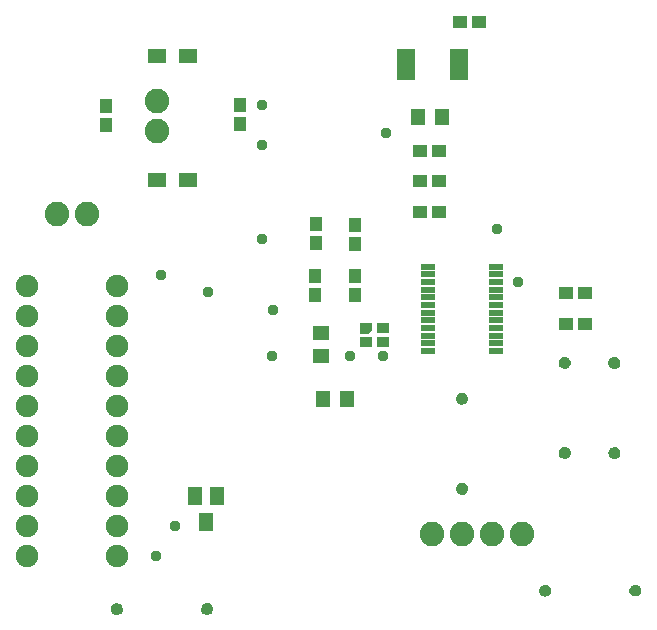
<source format=gbr>
G04 EAGLE Gerber RS-274X export*
G75*
%MOMM*%
%FSLAX34Y34*%
%LPD*%
%INSoldermask Top*%
%IPPOS*%
%AMOC8*
5,1,8,0,0,1.08239X$1,22.5*%
G01*
%ADD10C,2.082800*%
%ADD11R,1.603200X1.203200*%
%ADD12R,1.050000X0.950000*%
%ADD13R,1.203200X1.603200*%
%ADD14R,1.193800X0.508000*%
%ADD15R,1.253200X1.103200*%
%ADD16R,1.203200X1.453200*%
%ADD17R,1.453200X1.203200*%
%ADD18R,1.103200X1.253200*%
%ADD19C,1.908300*%
%ADD20R,1.600200X0.635000*%
%ADD21C,0.959600*%

G36*
X395356Y299713D02*
X395356Y299713D01*
X395413Y299723D01*
X395427Y299734D01*
X395435Y299736D01*
X395444Y299746D01*
X395479Y299771D01*
X398729Y303021D01*
X398757Y303072D01*
X398790Y303120D01*
X398793Y303137D01*
X398797Y303144D01*
X398796Y303157D01*
X398803Y303200D01*
X398803Y308950D01*
X398799Y308965D01*
X398801Y308981D01*
X398780Y309032D01*
X398764Y309085D01*
X398752Y309096D01*
X398746Y309110D01*
X398700Y309142D01*
X398659Y309179D01*
X398643Y309181D01*
X398630Y309190D01*
X398550Y309203D01*
X388550Y309203D01*
X388535Y309199D01*
X388519Y309201D01*
X388468Y309180D01*
X388415Y309164D01*
X388404Y309152D01*
X388390Y309146D01*
X388358Y309100D01*
X388321Y309059D01*
X388319Y309043D01*
X388310Y309030D01*
X388297Y308950D01*
X388297Y299950D01*
X388301Y299935D01*
X388299Y299919D01*
X388320Y299868D01*
X388336Y299815D01*
X388348Y299804D01*
X388354Y299790D01*
X388400Y299758D01*
X388441Y299721D01*
X388457Y299719D01*
X388470Y299710D01*
X388550Y299697D01*
X395300Y299697D01*
X395356Y299713D01*
G37*
G36*
X561822Y270204D02*
X561822Y270204D01*
X561913Y270203D01*
X562877Y270334D01*
X562925Y270350D01*
X563014Y270369D01*
X563925Y270711D01*
X563968Y270737D01*
X564052Y270776D01*
X564863Y271313D01*
X564899Y271348D01*
X564972Y271404D01*
X565644Y272108D01*
X565672Y272150D01*
X565730Y272221D01*
X566228Y273057D01*
X566229Y273060D01*
X566231Y273062D01*
X566237Y273081D01*
X566246Y273104D01*
X566286Y273186D01*
X566586Y274112D01*
X566593Y274162D01*
X566615Y274251D01*
X566701Y275220D01*
X566697Y275267D01*
X566700Y275342D01*
X566598Y276318D01*
X566584Y276366D01*
X566568Y276456D01*
X566252Y277385D01*
X566228Y277429D01*
X566191Y277514D01*
X565677Y278349D01*
X565643Y278386D01*
X565589Y278461D01*
X564901Y279161D01*
X564860Y279190D01*
X564791Y279250D01*
X563964Y279779D01*
X563918Y279798D01*
X563837Y279842D01*
X562914Y280174D01*
X562864Y280182D01*
X562775Y280207D01*
X561801Y280325D01*
X561751Y280322D01*
X561665Y280326D01*
X560663Y280231D01*
X560614Y280217D01*
X560524Y280201D01*
X559568Y279885D01*
X559523Y279861D01*
X559439Y279826D01*
X558578Y279304D01*
X558540Y279271D01*
X558465Y279218D01*
X557741Y278518D01*
X557712Y278477D01*
X557651Y278408D01*
X557101Y277565D01*
X557081Y277519D01*
X557037Y277438D01*
X556689Y276494D01*
X556680Y276444D01*
X556655Y276356D01*
X556525Y275358D01*
X556527Y275315D01*
X556526Y275189D01*
X556665Y274178D01*
X556681Y274130D01*
X556700Y274040D01*
X557062Y273085D01*
X557088Y273042D01*
X557127Y272958D01*
X557691Y272108D01*
X557726Y272071D01*
X557783Y271999D01*
X558523Y271295D01*
X558565Y271267D01*
X558636Y271209D01*
X559514Y270688D01*
X559561Y270670D01*
X559643Y270629D01*
X560615Y270316D01*
X560665Y270309D01*
X560754Y270288D01*
X561772Y270199D01*
X561822Y270204D01*
G37*
G36*
X474822Y239804D02*
X474822Y239804D01*
X474913Y239803D01*
X475877Y239934D01*
X475925Y239950D01*
X476014Y239969D01*
X476925Y240311D01*
X476968Y240337D01*
X477052Y240376D01*
X477863Y240913D01*
X477899Y240948D01*
X477972Y241004D01*
X478644Y241708D01*
X478672Y241750D01*
X478730Y241821D01*
X479228Y242657D01*
X479229Y242660D01*
X479231Y242662D01*
X479237Y242681D01*
X479246Y242704D01*
X479286Y242786D01*
X479586Y243712D01*
X479593Y243762D01*
X479615Y243851D01*
X479701Y244820D01*
X479697Y244867D01*
X479700Y244942D01*
X479598Y245918D01*
X479584Y245966D01*
X479568Y246056D01*
X479252Y246985D01*
X479228Y247029D01*
X479191Y247114D01*
X478677Y247949D01*
X478643Y247986D01*
X478589Y248061D01*
X477901Y248761D01*
X477860Y248790D01*
X477791Y248850D01*
X476964Y249379D01*
X476918Y249398D01*
X476837Y249442D01*
X475914Y249774D01*
X475864Y249782D01*
X475775Y249807D01*
X474801Y249925D01*
X474751Y249922D01*
X474665Y249926D01*
X473663Y249831D01*
X473614Y249817D01*
X473524Y249801D01*
X472568Y249485D01*
X472523Y249461D01*
X472439Y249426D01*
X471578Y248904D01*
X471540Y248871D01*
X471465Y248818D01*
X470741Y248118D01*
X470712Y248077D01*
X470651Y248008D01*
X470101Y247165D01*
X470081Y247119D01*
X470037Y247038D01*
X469689Y246094D01*
X469680Y246044D01*
X469655Y245956D01*
X469525Y244958D01*
X469527Y244915D01*
X469526Y244789D01*
X469665Y243778D01*
X469681Y243730D01*
X469700Y243640D01*
X470062Y242685D01*
X470088Y242642D01*
X470127Y242558D01*
X470691Y241708D01*
X470726Y241671D01*
X470783Y241599D01*
X471523Y240895D01*
X471565Y240867D01*
X471636Y240809D01*
X472514Y240288D01*
X472561Y240270D01*
X472643Y240229D01*
X473615Y239916D01*
X473665Y239909D01*
X473754Y239888D01*
X474772Y239799D01*
X474822Y239804D01*
G37*
G36*
X561898Y193928D02*
X561898Y193928D01*
X561989Y193927D01*
X562953Y194058D01*
X563001Y194074D01*
X563090Y194093D01*
X564001Y194435D01*
X564044Y194461D01*
X564128Y194500D01*
X564939Y195037D01*
X564975Y195072D01*
X565048Y195128D01*
X565720Y195832D01*
X565748Y195874D01*
X565806Y195945D01*
X566304Y196781D01*
X566305Y196784D01*
X566307Y196786D01*
X566313Y196805D01*
X566322Y196828D01*
X566362Y196910D01*
X566662Y197836D01*
X566669Y197886D01*
X566691Y197975D01*
X566777Y198944D01*
X566773Y198991D01*
X566776Y199066D01*
X566674Y200042D01*
X566660Y200090D01*
X566644Y200180D01*
X566328Y201109D01*
X566304Y201153D01*
X566267Y201238D01*
X565753Y202073D01*
X565719Y202110D01*
X565665Y202185D01*
X564977Y202885D01*
X564936Y202914D01*
X564867Y202974D01*
X564040Y203503D01*
X563994Y203522D01*
X563913Y203566D01*
X562990Y203898D01*
X562940Y203906D01*
X562851Y203931D01*
X561877Y204049D01*
X561827Y204046D01*
X561741Y204050D01*
X560739Y203955D01*
X560690Y203941D01*
X560600Y203925D01*
X559644Y203609D01*
X559599Y203585D01*
X559515Y203550D01*
X558654Y203028D01*
X558616Y202995D01*
X558541Y202942D01*
X557817Y202242D01*
X557788Y202201D01*
X557727Y202132D01*
X557177Y201289D01*
X557157Y201243D01*
X557113Y201162D01*
X556765Y200218D01*
X556756Y200168D01*
X556731Y200080D01*
X556601Y199082D01*
X556603Y199039D01*
X556602Y198913D01*
X556741Y197902D01*
X556757Y197854D01*
X556776Y197764D01*
X557138Y196809D01*
X557164Y196766D01*
X557203Y196682D01*
X557767Y195832D01*
X557802Y195795D01*
X557859Y195723D01*
X558599Y195019D01*
X558641Y194991D01*
X558712Y194933D01*
X559590Y194412D01*
X559637Y194394D01*
X559719Y194353D01*
X560691Y194040D01*
X560741Y194033D01*
X560830Y194012D01*
X561848Y193923D01*
X561898Y193928D01*
G37*
G36*
X474898Y163528D02*
X474898Y163528D01*
X474989Y163527D01*
X475953Y163658D01*
X476001Y163674D01*
X476090Y163693D01*
X477001Y164035D01*
X477044Y164061D01*
X477128Y164100D01*
X477939Y164637D01*
X477975Y164672D01*
X478048Y164728D01*
X478720Y165432D01*
X478748Y165474D01*
X478806Y165545D01*
X479304Y166381D01*
X479305Y166384D01*
X479307Y166386D01*
X479313Y166405D01*
X479322Y166428D01*
X479362Y166510D01*
X479662Y167436D01*
X479669Y167486D01*
X479691Y167575D01*
X479777Y168544D01*
X479773Y168591D01*
X479776Y168666D01*
X479674Y169642D01*
X479660Y169690D01*
X479644Y169780D01*
X479328Y170709D01*
X479304Y170753D01*
X479267Y170838D01*
X478753Y171673D01*
X478719Y171710D01*
X478665Y171785D01*
X477977Y172485D01*
X477936Y172514D01*
X477867Y172574D01*
X477040Y173103D01*
X476994Y173122D01*
X476913Y173166D01*
X475990Y173498D01*
X475940Y173506D01*
X475851Y173531D01*
X474877Y173649D01*
X474827Y173646D01*
X474741Y173650D01*
X473739Y173555D01*
X473690Y173541D01*
X473600Y173525D01*
X472644Y173209D01*
X472599Y173185D01*
X472515Y173150D01*
X471654Y172628D01*
X471616Y172595D01*
X471541Y172542D01*
X470817Y171842D01*
X470788Y171801D01*
X470727Y171732D01*
X470177Y170889D01*
X470157Y170843D01*
X470113Y170762D01*
X469765Y169818D01*
X469756Y169768D01*
X469731Y169680D01*
X469601Y168682D01*
X469603Y168639D01*
X469602Y168513D01*
X469741Y167502D01*
X469757Y167454D01*
X469776Y167364D01*
X470138Y166409D01*
X470164Y166366D01*
X470203Y166282D01*
X470767Y165432D01*
X470802Y165395D01*
X470859Y165323D01*
X471599Y164619D01*
X471641Y164591D01*
X471712Y164533D01*
X472590Y164012D01*
X472637Y163994D01*
X472719Y163953D01*
X473691Y163640D01*
X473741Y163633D01*
X473830Y163612D01*
X474848Y163523D01*
X474898Y163528D01*
G37*
G36*
X621311Y77453D02*
X621311Y77453D01*
X621437Y77452D01*
X622448Y77591D01*
X622496Y77607D01*
X622586Y77626D01*
X623541Y77988D01*
X623584Y78014D01*
X623668Y78053D01*
X624518Y78617D01*
X624555Y78652D01*
X624627Y78709D01*
X625331Y79449D01*
X625359Y79491D01*
X625417Y79562D01*
X625938Y80440D01*
X625956Y80487D01*
X625997Y80569D01*
X626310Y81541D01*
X626317Y81591D01*
X626338Y81680D01*
X626427Y82698D01*
X626422Y82748D01*
X626423Y82839D01*
X626292Y83803D01*
X626276Y83851D01*
X626257Y83940D01*
X625915Y84851D01*
X625889Y84894D01*
X625850Y84978D01*
X625313Y85789D01*
X625278Y85825D01*
X625222Y85898D01*
X624518Y86570D01*
X624476Y86598D01*
X624405Y86656D01*
X623570Y87154D01*
X623522Y87172D01*
X623440Y87212D01*
X622515Y87512D01*
X622464Y87519D01*
X622375Y87541D01*
X621406Y87627D01*
X621359Y87623D01*
X621284Y87626D01*
X620308Y87524D01*
X620260Y87510D01*
X620170Y87494D01*
X619241Y87178D01*
X619197Y87154D01*
X619112Y87117D01*
X618277Y86603D01*
X618240Y86569D01*
X618165Y86515D01*
X617466Y85827D01*
X617436Y85786D01*
X617376Y85717D01*
X616847Y84890D01*
X616828Y84844D01*
X616784Y84763D01*
X616452Y83840D01*
X616444Y83790D01*
X616419Y83701D01*
X616301Y82727D01*
X616304Y82677D01*
X616300Y82591D01*
X616395Y81589D01*
X616409Y81540D01*
X616425Y81450D01*
X616741Y80494D01*
X616765Y80449D01*
X616801Y80365D01*
X617322Y79504D01*
X617355Y79466D01*
X617408Y79391D01*
X618108Y78667D01*
X618149Y78638D01*
X618218Y78577D01*
X619061Y78027D01*
X619107Y78007D01*
X619188Y77963D01*
X620132Y77615D01*
X620182Y77606D01*
X620270Y77581D01*
X621268Y77451D01*
X621311Y77453D01*
G37*
G36*
X545035Y77377D02*
X545035Y77377D01*
X545161Y77376D01*
X546172Y77515D01*
X546220Y77531D01*
X546310Y77550D01*
X547265Y77912D01*
X547308Y77938D01*
X547392Y77977D01*
X548242Y78541D01*
X548279Y78576D01*
X548351Y78633D01*
X549055Y79373D01*
X549083Y79415D01*
X549141Y79486D01*
X549662Y80364D01*
X549680Y80411D01*
X549721Y80493D01*
X550034Y81465D01*
X550041Y81515D01*
X550062Y81604D01*
X550151Y82622D01*
X550146Y82672D01*
X550147Y82763D01*
X550016Y83727D01*
X550000Y83775D01*
X549981Y83864D01*
X549639Y84775D01*
X549613Y84818D01*
X549574Y84902D01*
X549037Y85713D01*
X549002Y85749D01*
X548946Y85822D01*
X548242Y86494D01*
X548200Y86522D01*
X548129Y86580D01*
X547294Y87078D01*
X547246Y87096D01*
X547164Y87136D01*
X546239Y87436D01*
X546188Y87443D01*
X546099Y87465D01*
X545130Y87551D01*
X545083Y87547D01*
X545008Y87550D01*
X544032Y87448D01*
X543984Y87434D01*
X543894Y87418D01*
X542965Y87102D01*
X542921Y87078D01*
X542836Y87041D01*
X542001Y86527D01*
X541964Y86493D01*
X541889Y86439D01*
X541190Y85751D01*
X541160Y85710D01*
X541100Y85641D01*
X540571Y84814D01*
X540552Y84768D01*
X540508Y84687D01*
X540176Y83764D01*
X540168Y83714D01*
X540143Y83625D01*
X540025Y82651D01*
X540028Y82601D01*
X540024Y82515D01*
X540119Y81513D01*
X540133Y81464D01*
X540149Y81374D01*
X540465Y80418D01*
X540489Y80373D01*
X540525Y80289D01*
X541046Y79428D01*
X541079Y79390D01*
X541132Y79315D01*
X541832Y78591D01*
X541873Y78562D01*
X541942Y78501D01*
X542785Y77951D01*
X542831Y77931D01*
X542912Y77887D01*
X543856Y77539D01*
X543906Y77530D01*
X543994Y77505D01*
X544992Y77375D01*
X545035Y77377D01*
G37*
G36*
X604561Y270245D02*
X604561Y270245D01*
X604610Y270259D01*
X604700Y270275D01*
X605656Y270591D01*
X605701Y270615D01*
X605785Y270651D01*
X606646Y271172D01*
X606684Y271205D01*
X606759Y271258D01*
X607483Y271958D01*
X607512Y271999D01*
X607573Y272068D01*
X608123Y272911D01*
X608143Y272957D01*
X608187Y273038D01*
X608535Y273982D01*
X608544Y274032D01*
X608569Y274120D01*
X608699Y275118D01*
X608697Y275161D01*
X608698Y275287D01*
X608559Y276298D01*
X608543Y276346D01*
X608524Y276436D01*
X608162Y277391D01*
X608136Y277434D01*
X608098Y277518D01*
X607533Y278368D01*
X607498Y278405D01*
X607441Y278477D01*
X606702Y279181D01*
X606659Y279209D01*
X606588Y279267D01*
X605710Y279788D01*
X605663Y279806D01*
X605581Y279847D01*
X604609Y280160D01*
X604559Y280167D01*
X604470Y280188D01*
X603452Y280277D01*
X603402Y280272D01*
X603311Y280273D01*
X602347Y280142D01*
X602299Y280126D01*
X602210Y280107D01*
X601299Y279765D01*
X601256Y279739D01*
X601173Y279700D01*
X600361Y279163D01*
X600325Y279128D01*
X600252Y279072D01*
X599580Y278368D01*
X599553Y278326D01*
X599494Y278255D01*
X598996Y277420D01*
X598978Y277372D01*
X598938Y277290D01*
X598638Y276365D01*
X598631Y276314D01*
X598609Y276225D01*
X598523Y275256D01*
X598527Y275209D01*
X598524Y275134D01*
X598626Y274158D01*
X598640Y274110D01*
X598656Y274020D01*
X598972Y273091D01*
X598997Y273047D01*
X599033Y272962D01*
X599547Y272127D01*
X599581Y272090D01*
X599635Y272015D01*
X600323Y271316D01*
X600364Y271286D01*
X600433Y271226D01*
X601260Y270697D01*
X601306Y270678D01*
X601387Y270634D01*
X602310Y270302D01*
X602360Y270294D01*
X602449Y270269D01*
X603423Y270151D01*
X603473Y270154D01*
X603559Y270150D01*
X604561Y270245D01*
G37*
G36*
X604637Y193969D02*
X604637Y193969D01*
X604686Y193983D01*
X604776Y193999D01*
X605732Y194315D01*
X605777Y194339D01*
X605861Y194375D01*
X606722Y194896D01*
X606760Y194929D01*
X606835Y194982D01*
X607559Y195682D01*
X607588Y195723D01*
X607649Y195792D01*
X608199Y196635D01*
X608219Y196681D01*
X608263Y196762D01*
X608611Y197706D01*
X608620Y197756D01*
X608645Y197844D01*
X608775Y198842D01*
X608773Y198885D01*
X608774Y199011D01*
X608635Y200022D01*
X608619Y200070D01*
X608600Y200160D01*
X608238Y201115D01*
X608212Y201158D01*
X608174Y201242D01*
X607609Y202092D01*
X607574Y202129D01*
X607517Y202201D01*
X606778Y202905D01*
X606735Y202933D01*
X606664Y202991D01*
X605786Y203512D01*
X605739Y203530D01*
X605657Y203571D01*
X604685Y203884D01*
X604635Y203891D01*
X604546Y203912D01*
X603528Y204001D01*
X603478Y203996D01*
X603387Y203997D01*
X602423Y203866D01*
X602375Y203850D01*
X602286Y203831D01*
X601375Y203489D01*
X601332Y203463D01*
X601249Y203424D01*
X600437Y202887D01*
X600401Y202852D01*
X600328Y202796D01*
X599656Y202092D01*
X599629Y202050D01*
X599570Y201979D01*
X599072Y201144D01*
X599054Y201096D01*
X599014Y201014D01*
X598714Y200089D01*
X598707Y200038D01*
X598685Y199949D01*
X598599Y198980D01*
X598603Y198933D01*
X598600Y198858D01*
X598702Y197882D01*
X598716Y197834D01*
X598732Y197744D01*
X599048Y196815D01*
X599073Y196771D01*
X599109Y196686D01*
X599623Y195851D01*
X599657Y195814D01*
X599711Y195739D01*
X600399Y195040D01*
X600440Y195010D01*
X600509Y194950D01*
X601336Y194421D01*
X601382Y194402D01*
X601463Y194358D01*
X602386Y194026D01*
X602436Y194018D01*
X602525Y193993D01*
X603499Y193875D01*
X603549Y193878D01*
X603635Y193874D01*
X604637Y193969D01*
G37*
G36*
X258767Y61803D02*
X258767Y61803D01*
X258842Y61800D01*
X259818Y61902D01*
X259866Y61916D01*
X259956Y61932D01*
X260885Y62248D01*
X260929Y62273D01*
X261014Y62309D01*
X261849Y62823D01*
X261886Y62857D01*
X261961Y62911D01*
X262661Y63599D01*
X262690Y63640D01*
X262750Y63709D01*
X263279Y64536D01*
X263298Y64582D01*
X263342Y64663D01*
X263674Y65586D01*
X263682Y65636D01*
X263707Y65725D01*
X263825Y66699D01*
X263822Y66749D01*
X263826Y66835D01*
X263731Y67837D01*
X263717Y67886D01*
X263701Y67976D01*
X263385Y68932D01*
X263361Y68977D01*
X263326Y69061D01*
X262804Y69922D01*
X262771Y69960D01*
X262718Y70035D01*
X262018Y70759D01*
X261977Y70788D01*
X261908Y70849D01*
X261065Y71399D01*
X261019Y71419D01*
X260938Y71463D01*
X259994Y71811D01*
X259944Y71820D01*
X259856Y71845D01*
X258858Y71975D01*
X258815Y71973D01*
X258689Y71974D01*
X257678Y71835D01*
X257630Y71819D01*
X257540Y71800D01*
X256585Y71438D01*
X256542Y71412D01*
X256458Y71374D01*
X255608Y70809D01*
X255571Y70774D01*
X255499Y70717D01*
X254795Y69978D01*
X254767Y69935D01*
X254709Y69864D01*
X254188Y68986D01*
X254170Y68939D01*
X254129Y68857D01*
X253816Y67885D01*
X253809Y67835D01*
X253788Y67746D01*
X253699Y66728D01*
X253704Y66678D01*
X253703Y66587D01*
X253834Y65623D01*
X253850Y65575D01*
X253869Y65486D01*
X254211Y64575D01*
X254237Y64532D01*
X254276Y64449D01*
X254813Y63637D01*
X254848Y63601D01*
X254904Y63528D01*
X255608Y62856D01*
X255650Y62829D01*
X255721Y62770D01*
X256557Y62272D01*
X256604Y62254D01*
X256686Y62214D01*
X257612Y61914D01*
X257662Y61907D01*
X257751Y61885D01*
X258720Y61799D01*
X258767Y61803D01*
G37*
G36*
X182491Y61727D02*
X182491Y61727D01*
X182566Y61724D01*
X183542Y61826D01*
X183590Y61840D01*
X183680Y61856D01*
X184609Y62172D01*
X184653Y62197D01*
X184738Y62233D01*
X185573Y62747D01*
X185610Y62781D01*
X185685Y62835D01*
X186385Y63523D01*
X186414Y63564D01*
X186474Y63633D01*
X187003Y64460D01*
X187022Y64506D01*
X187066Y64587D01*
X187398Y65510D01*
X187406Y65560D01*
X187431Y65649D01*
X187549Y66623D01*
X187546Y66673D01*
X187550Y66759D01*
X187455Y67761D01*
X187441Y67810D01*
X187425Y67900D01*
X187109Y68856D01*
X187085Y68901D01*
X187050Y68985D01*
X186528Y69846D01*
X186495Y69884D01*
X186442Y69959D01*
X185742Y70683D01*
X185701Y70712D01*
X185632Y70773D01*
X184789Y71323D01*
X184743Y71343D01*
X184662Y71387D01*
X183718Y71735D01*
X183668Y71744D01*
X183580Y71769D01*
X182582Y71899D01*
X182539Y71897D01*
X182413Y71898D01*
X181402Y71759D01*
X181354Y71743D01*
X181264Y71724D01*
X180309Y71362D01*
X180266Y71336D01*
X180182Y71298D01*
X179332Y70733D01*
X179295Y70698D01*
X179223Y70641D01*
X178519Y69902D01*
X178491Y69859D01*
X178433Y69788D01*
X177912Y68910D01*
X177894Y68863D01*
X177853Y68781D01*
X177540Y67809D01*
X177533Y67759D01*
X177512Y67670D01*
X177423Y66652D01*
X177428Y66602D01*
X177427Y66511D01*
X177558Y65547D01*
X177574Y65499D01*
X177593Y65410D01*
X177935Y64499D01*
X177961Y64456D01*
X178000Y64373D01*
X178537Y63561D01*
X178572Y63525D01*
X178628Y63452D01*
X179332Y62780D01*
X179374Y62753D01*
X179445Y62694D01*
X180281Y62196D01*
X180328Y62178D01*
X180410Y62138D01*
X181336Y61838D01*
X181386Y61831D01*
X181475Y61809D01*
X182444Y61723D01*
X182491Y61727D01*
G37*
D10*
X525500Y130500D03*
X500100Y130500D03*
X474700Y130500D03*
X449300Y130500D03*
X216600Y471150D03*
X216600Y496550D03*
X157500Y401500D03*
X132100Y401500D03*
D11*
X216300Y534950D03*
X242300Y534950D03*
X216800Y429700D03*
X242800Y429700D03*
D12*
X408050Y292950D03*
X393550Y292950D03*
X408050Y304450D03*
D13*
X257950Y140550D03*
X248450Y162550D03*
X267450Y162550D03*
D14*
X445522Y356750D03*
X445522Y350250D03*
X445522Y343750D03*
X445522Y337250D03*
X445522Y330750D03*
X445522Y324250D03*
X445522Y317750D03*
X445522Y311250D03*
X445522Y304750D03*
X445522Y298250D03*
X445522Y291750D03*
X445522Y285250D03*
X503878Y285250D03*
X503878Y291750D03*
X503878Y298250D03*
X503878Y304750D03*
X503878Y311250D03*
X503878Y317750D03*
X503878Y324250D03*
X503878Y330750D03*
X503878Y337250D03*
X503878Y343750D03*
X503878Y350250D03*
X503878Y356750D03*
D15*
X489400Y564100D03*
X473400Y564100D03*
D16*
X437400Y483600D03*
X457400Y483600D03*
D15*
X439000Y402600D03*
X455000Y402600D03*
D17*
X355500Y300800D03*
X355500Y280800D03*
D16*
X356900Y244700D03*
X376900Y244700D03*
D18*
X350700Y392700D03*
X350700Y376700D03*
X384500Y392200D03*
X384500Y376200D03*
D15*
X439000Y428800D03*
X455000Y428800D03*
X439000Y454600D03*
X455000Y454600D03*
D18*
X383700Y348800D03*
X383700Y332800D03*
X350600Y348800D03*
X350600Y332800D03*
X173200Y492250D03*
X173200Y476250D03*
X286700Y493750D03*
X286700Y477750D03*
D15*
X562900Y308300D03*
X578900Y308300D03*
X562900Y334100D03*
X578900Y334100D03*
D19*
X182500Y111700D03*
X182500Y137100D03*
X182500Y162500D03*
X182500Y187900D03*
X182500Y213300D03*
X182500Y238700D03*
X182500Y264100D03*
X182500Y289500D03*
X182500Y314900D03*
X182500Y340300D03*
X106300Y340300D03*
X106300Y314900D03*
X106300Y289500D03*
X106300Y264100D03*
X106300Y238700D03*
X106300Y213300D03*
X106300Y187900D03*
X106300Y162500D03*
X106300Y137100D03*
X106300Y111700D03*
D20*
X472106Y517948D03*
X472106Y524298D03*
X472106Y530902D03*
X472106Y537252D03*
X426894Y537252D03*
X426894Y530902D03*
X426894Y524298D03*
X426894Y517948D03*
D21*
X380000Y281000D03*
X408000Y281000D03*
X260000Y335000D03*
X314200Y280800D03*
X410000Y470000D03*
X315000Y320000D03*
X305000Y460000D03*
X305000Y493750D03*
X216000Y112000D03*
X305000Y380000D03*
X232000Y137000D03*
X522500Y343500D03*
X220000Y350000D03*
X504000Y388500D03*
M02*

</source>
